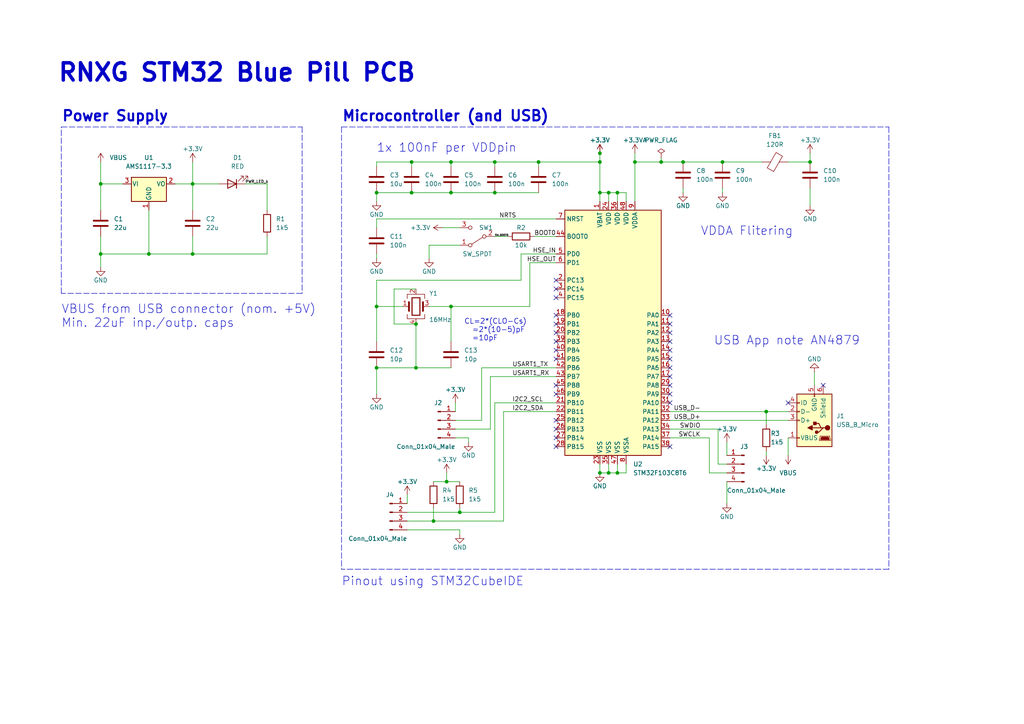
<source format=kicad_sch>
(kicad_sch (version 20211123) (generator eeschema)
  (paper "A4")
  (title_block (title "RNXG STM32 Blue Pill PCB") (date "2023-04-30") (rev "0.1") (company "RNXG (Robotics For Next Generation)"))
  (lib_symbols
    (symbol "Connector:Conn_01x04_Male" (pin_names (offset 1.016) hide)
      (property "Reference" "J" (at 0 5.08 0))
      (property "Value" "Conn_01x04_Male" (at 0 -7.62 0))
      (symbol "Conn_01x04_Male_1_1"
        (polyline (pts (xy 1.27 -5.08) (xy 0.8636 -5.08)) (stroke (width 0.1524)))
        (polyline (pts (xy 1.27 -2.54) (xy 0.8636 -2.54)) (stroke (width 0.1524)))
        (polyline (pts (xy 1.27 0) (xy 0.8636 0)) (stroke (width 0.1524)))
        (polyline (pts (xy 1.27 2.54) (xy 0.8636 2.54)) (stroke (width 0.1524)))
        (rectangle (start 0.8636 -4.953) (end 0 -5.207) (stroke (width 0.1524)) (fill (type outline)))
        (rectangle (start 0.8636 -2.413) (end 0 -2.667) (stroke (width 0.1524)) (fill (type outline)))
        (rectangle (start 0.8636 0.127) (end 0 -0.127) (stroke (width 0.1524)) (fill (type outline)))
        (rectangle (start 0.8636 2.667) (end 0 2.413) (stroke (width 0.1524)) (fill (type outline)))
        (pin passive line (at 5.08 2.54 180) (length 3.81) (name "Pin_1") (number "1"))
        (pin passive line (at 5.08 0 180) (length 3.81) (name "Pin_2") (number "2"))
        (pin passive line (at 5.08 -2.54 180) (length 3.81) (name "Pin_3") (number "3"))
        (pin passive line (at 5.08 -5.08 180) (length 3.81) (name "Pin_4") (number "4"))
      )
    )
    (symbol "Connector:USB_B_Micro" (pin_names (offset 1.016))
      (property "Reference" "J" (at -5.08 11.43 0))
      (property "Value" "USB_B_Micro" (at -5.08 8.89 0))
      (symbol "USB_B_Micro_0_1"
        (rectangle (start -5.08 -7.62) (end 5.08 7.62) (stroke (width 0.254)) (fill (type background)))
        (circle (center -3.81 2.159) (radius 0.635) (stroke (width 0.254)) (fill (type outline)))
        (circle (center -0.635 3.429) (radius 0.381) (stroke (width 0.254)) (fill (type outline)))
        (rectangle (start -0.127 -7.62) (end 0.127 -6.858))
        (polyline (pts (xy -1.905 2.159) (xy 0.635 2.159)) (stroke (width 0.254)))
        (polyline (pts (xy -3.175 2.159) (xy -2.54 2.159) (xy -1.27 3.429) (xy -0.635 3.429)) (stroke (width 0.254)))
        (polyline (pts (xy -2.54 2.159) (xy -1.905 2.159) (xy -1.27 0.889) (xy 0 0.889)) (stroke (width 0.254)))
        (polyline (pts (xy 0.635 2.794) (xy 0.635 1.524) (xy 1.905 2.159) (xy 0.635 2.794)) (stroke (width 0.254)) (fill (type outline)))
        (polyline (pts (xy -4.318 5.588) (xy -1.778 5.588) (xy -2.032 4.826) (xy -4.064 4.826) (xy -4.318 5.588)) (fill (type outline)))
        (polyline (pts (xy -4.699 5.842) (xy -4.699 5.588) (xy -4.445 4.826) (xy -4.445 4.572) (xy -1.651 4.572) (xy -1.651 4.826) (xy -1.397 5.588) (xy -1.397 5.842) (xy -4.699 5.842)))
        (rectangle (start 0.254 1.27) (end -0.508 0.508) (stroke (width 0.254)) (fill (type outline)))
        (rectangle (start 5.08 -5.207) (end 4.318 -4.953))
        (rectangle (start 5.08 -2.667) (end 4.318 -2.413))
        (rectangle (start 5.08 -0.127) (end 4.318 0.127))
        (rectangle (start 5.08 4.953) (end 4.318 5.207))
      )
      (symbol "USB_B_Micro_1_1"
        (pin power_out line (at 7.62 5.08 180) (length 2.54) (name "VBUS") (number "1"))
        (pin bidirectional line (at 7.62 -2.54 180) (length 2.54) (name "D-") (number "2"))
        (pin bidirectional line (at 7.62 0 180) (length 2.54) (name "D+") (number "3"))
        (pin passive line (at 7.62 -5.08 180) (length 2.54) (name "ID") (number "4"))
        (pin power_out line (at 0 -10.16 90) (length 2.54) (name "GND") (number "5"))
        (pin passive line (at -2.54 -10.16 90) (length 2.54) (name "Shield") (number "6"))
      )
    )
    (symbol "Device:C" (pin_numbers hide) (pin_names (offset 0.254))
      (property "Reference" "C" (at 0.635 2.54 0))
      (property "Value" "C" (at 0.635 -2.54 0))
      (symbol "C_0_1"
        (polyline (pts (xy -2.032 -0.762) (xy 2.032 -0.762)) (stroke (width 0.508)))
        (polyline (pts (xy -2.032 0.762) (xy 2.032 0.762)) (stroke (width 0.508)))
      )
      (symbol "C_1_1"
        (pin passive line (at 0 3.81 270) (length 2.794) (name "~") (number "1"))
        (pin passive line (at 0 -3.81 90) (length 2.794) (name "~") (number "2"))
      )
    )
    (symbol "Device:Crystal_GND24" (pin_names (offset 1.016) hide)
      (property "Reference" "Y" (at 3.175 5.08 0))
      (property "Value" "Crystal_GND24" (at 3.175 3.175 0))
      (symbol "Crystal_GND24_0_1"
        (rectangle (start -1.143 2.54) (end 1.143 -2.54) (stroke (width 0.3048)))
        (polyline (pts (xy -2.54 0) (xy -2.032 0)))
        (polyline (pts (xy -2.032 -1.27) (xy -2.032 1.27)) (stroke (width 0.508)))
        (polyline (pts (xy 0 -3.81) (xy 0 -3.556)))
        (polyline (pts (xy 0 3.556) (xy 0 3.81)))
        (polyline (pts (xy 2.032 -1.27) (xy 2.032 1.27)) (stroke (width 0.508)))
        (polyline (pts (xy 2.032 0) (xy 2.54 0)))
        (polyline (pts (xy -2.54 -2.286) (xy -2.54 -3.556) (xy 2.54 -3.556) (xy 2.54 -2.286)))
        (polyline (pts (xy -2.54 2.286) (xy -2.54 3.556) (xy 2.54 3.556) (xy 2.54 2.286)))
      )
      (symbol "Crystal_GND24_1_1"
        (pin passive line (at -3.81 0 0) (length 1.27) (name "1") (number "1"))
        (pin passive line (at 0 5.08 270) (length 1.27) (name "2") (number "2"))
        (pin passive line (at 3.81 0 180) (length 1.27) (name "3") (number "3"))
        (pin passive line (at 0 -5.08 90) (length 1.27) (name "4") (number "4"))
      )
    )
    (symbol "Device:FerriteBead" (pin_numbers hide) (pin_names (offset 0))
      (property "Reference" "FB" (at -3.81 0.635 90))
      (property "Value" "FerriteBead" (at 3.81 0 90))
      (symbol "FerriteBead_0_1"
        (polyline (pts (xy 0 -1.27) (xy 0 -1.2192)))
        (polyline (pts (xy 0 1.27) (xy 0 1.2954)))
        (polyline (pts (xy -2.7686 0.4064) (xy -1.7018 2.2606) (xy 2.7686 -0.3048) (xy 1.6764 -2.159) (xy -2.7686 0.4064)))
      )
      (symbol "FerriteBead_1_1"
        (pin passive line (at 0 3.81 270) (length 2.54) (name "~") (number "1"))
        (pin passive line (at 0 -3.81 90) (length 2.54) (name "~") (number "2"))
      )
    )
    (symbol "Device:LED" (pin_numbers hide) (pin_names (offset 1.016) hide)
      (property "Reference" "D" (at 0 2.54 0))
      (property "Value" "LED" (at 0 -2.54 0))
      (symbol "LED_0_1"
        (polyline (pts (xy -1.27 -1.27) (xy -1.27 1.27)) (stroke (width 0.254)))
        (polyline (pts (xy -1.27 0) (xy 1.27 0)))
        (polyline (pts (xy 1.27 -1.27) (xy 1.27 1.27) (xy -1.27 0) (xy 1.27 -1.27)) (stroke (width 0.254)))
        (polyline (pts (xy -3.048 -0.762) (xy -4.572 -2.286) (xy -3.81 -2.286) (xy -4.572 -2.286) (xy -4.572 -1.524)))
        (polyline (pts (xy -1.778 -0.762) (xy -3.302 -2.286) (xy -2.54 -2.286) (xy -3.302 -2.286) (xy -3.302 -1.524)))
      )
      (symbol "LED_1_1"
        (pin passive line (at -3.81 0 0) (length 2.54) (name "K") (number "1"))
        (pin passive line (at 3.81 0 180) (length 2.54) (name "A") (number "2"))
      )
    )
    (symbol "Device:R" (pin_numbers hide) (pin_names (offset 0))
      (property "Reference" "R" (at 2.032 0 90))
      (property "Value" "R" (at 0 0 90))
      (symbol "R_0_1"
        (rectangle (start -1.016 -2.54) (end 1.016 2.54) (stroke (width 0.254)))
      )
      (symbol "R_1_1"
        (pin passive line (at 0 3.81 270) (length 1.27) (name "~") (number "1"))
        (pin passive line (at 0 -3.81 90) (length 1.27) (name "~") (number "2"))
      )
    )
    (symbol "MCU_ST_STM32F1:STM32F103C8Tx"
      (property "Reference" "U" (at -15.24 36.83 0))
      (property "Value" "STM32F103C8Tx" (at 7.62 36.83 0))
      (symbol "STM32F103C8Tx_0_1"
        (rectangle (start -15.24 -35.56) (end 12.7 35.56) (stroke (width 0.254)) (fill (type background)))
      )
      (symbol "STM32F103C8Tx_1_1"
        (pin power_in line (at -5.08 38.1 270) (length 2.54) (name "VBAT") (number "1"))
        (pin bidirectional line (at 15.24 5.08 180) (length 2.54) (name "PA0") (number "10"))
        (pin bidirectional line (at 15.24 2.54 180) (length 2.54) (name "PA1") (number "11"))
        (pin bidirectional line (at 15.24 0 180) (length 2.54) (name "PA2") (number "12"))
        (pin bidirectional line (at 15.24 -2.54 180) (length 2.54) (name "PA3") (number "13"))
        (pin bidirectional line (at 15.24 -5.08 180) (length 2.54) (name "PA4") (number "14"))
        (pin bidirectional line (at 15.24 -7.62 180) (length 2.54) (name "PA5") (number "15"))
        (pin bidirectional line (at 15.24 -10.16 180) (length 2.54) (name "PA6") (number "16"))
        (pin bidirectional line (at 15.24 -12.7 180) (length 2.54) (name "PA7") (number "17"))
        (pin bidirectional line (at -17.78 5.08 0) (length 2.54) (name "PB0") (number "18"))
        (pin bidirectional line (at -17.78 2.54 0) (length 2.54) (name "PB1") (number "19"))
        (pin bidirectional line (at -17.78 15.24 0) (length 2.54) (name "PC13") (number "2"))
        (pin bidirectional line (at -17.78 0 0) (length 2.54) (name "PB2") (number "20"))
        (pin bidirectional line (at -17.78 -20.32 0) (length 2.54) (name "PB10") (number "21"))
        (pin bidirectional line (at -17.78 -22.86 0) (length 2.54) (name "PB11") (number "22"))
        (pin power_in line (at -5.08 -38.1 90) (length 2.54) (name "VSS") (number "23"))
        (pin power_in line (at -2.54 38.1 270) (length 2.54) (name "VDD") (number "24"))
        (pin bidirectional line (at -17.78 -25.4 0) (length 2.54) (name "PB12") (number "25"))
        (pin bidirectional line (at -17.78 -27.94 0) (length 2.54) (name "PB13") (number "26"))
        (pin bidirectional line (at -17.78 -30.48 0) (length 2.54) (name "PB14") (number "27"))
        (pin bidirectional line (at -17.78 -33.02 0) (length 2.54) (name "PB15") (number "28"))
        (pin bidirectional line (at 15.24 -15.24 180) (length 2.54) (name "PA8") (number "29"))
        (pin bidirectional line (at -17.78 12.7 0) (length 2.54) (name "PC14") (number "3"))
        (pin bidirectional line (at 15.24 -17.78 180) (length 2.54) (name "PA9") (number "30"))
        (pin bidirectional line (at 15.24 -20.32 180) (length 2.54) (name "PA10") (number "31"))
        (pin bidirectional line (at 15.24 -22.86 180) (length 2.54) (name "PA11") (number "32"))
        (pin bidirectional line (at 15.24 -25.4 180) (length 2.54) (name "PA12") (number "33"))
        (pin bidirectional line (at 15.24 -27.94 180) (length 2.54) (name "PA13") (number "34"))
        (pin power_in line (at -2.54 -38.1 90) (length 2.54) (name "VSS") (number "35"))
        (pin power_in line (at 0 38.1 270) (length 2.54) (name "VDD") (number "36"))
        (pin bidirectional line (at 15.24 -30.48 180) (length 2.54) (name "PA14") (number "37"))
        (pin bidirectional line (at 15.24 -33.02 180) (length 2.54) (name "PA15") (number "38"))
        (pin bidirectional line (at -17.78 -2.54 0) (length 2.54) (name "PB3") (number "39"))
        (pin bidirectional line (at -17.78 10.16 0) (length 2.54) (name "PC15") (number "4"))
        (pin bidirectional line (at -17.78 -5.08 0) (length 2.54) (name "PB4") (number "40"))
        (pin bidirectional line (at -17.78 -7.62 0) (length 2.54) (name "PB5") (number "41"))
        (pin bidirectional line (at -17.78 -10.16 0) (length 2.54) (name "PB6") (number "42"))
        (pin bidirectional line (at -17.78 -12.7 0) (length 2.54) (name "PB7") (number "43"))
        (pin input line (at -17.78 27.94 0) (length 2.54) (name "BOOT0") (number "44"))
        (pin bidirectional line (at -17.78 -15.24 0) (length 2.54) (name "PB8") (number "45"))
        (pin bidirectional line (at -17.78 -17.78 0) (length 2.54) (name "PB9") (number "46"))
        (pin power_in line (at 0 -38.1 90) (length 2.54) (name "VSS") (number "47"))
        (pin power_in line (at 2.54 38.1 270) (length 2.54) (name "VDD") (number "48"))
        (pin input line (at -17.78 22.86 0) (length 2.54) (name "PD0") (number "5"))
        (pin input line (at -17.78 20.32 0) (length 2.54) (name "PD1") (number "6"))
        (pin input line (at -17.78 33.02 0) (length 2.54) (name "NRST") (number "7"))
        (pin power_in line (at 2.54 -38.1 90) (length 2.54) (name "VSSA") (number "8"))
        (pin power_in line (at 5.08 38.1 270) (length 2.54) (name "VDDA") (number "9"))
      )
    )
    (symbol "Regulator_Linear:AMS1117-3.3" (pin_names (offset 0.254))
      (property "Reference" "U" (at -3.81 3.175 0))
      (property "Value" "AMS1117-3.3" (at 0 3.175 0))
      (symbol "AMS1117-3.3_0_1"
        (rectangle (start -5.08 -5.08) (end 5.08 1.905) (stroke (width 0.254)) (fill (type background)))
      )
      (symbol "AMS1117-3.3_1_1"
        (pin power_in line (at 0 -7.62 90) (length 2.54) (name "GND") (number "1"))
        (pin power_out line (at 7.62 0 180) (length 2.54) (name "VO") (number "2"))
        (pin power_in line (at -7.62 0 0) (length 2.54) (name "VI") (number "3"))
      )
    )
    (symbol "Switch:SW_SPDT" (pin_names (offset 0) hide)
      (property "Reference" "SW" (at 0 4.318 0))
      (property "Value" "SW_SPDT" (at 0 -5.08 0))
      (symbol "SW_SPDT_0_0"
        (circle (center -2.032 0) (radius 0.508))
        (circle (center 2.032 -2.54) (radius 0.508))
      )
      (symbol "SW_SPDT_0_1"
        (polyline (pts (xy -1.524 0.254) (xy 1.651 2.286)))
        (circle (center 2.032 2.54) (radius 0.508))
      )
      (symbol "SW_SPDT_1_1"
        (pin passive line (at 5.08 2.54 180) (length 2.54) (name "A") (number "1"))
        (pin passive line (at -5.08 0 0) (length 2.54) (name "B") (number "2"))
        (pin passive line (at 5.08 -2.54 180) (length 2.54) (name "C") (number "3"))
      )
    )
    (symbol "power:+3.3V" (power) (pin_names (offset 0))
      (property "Value" "+3.3V" (at 0 3.556 0))
      (symbol "+3.3V_0_1"
        (polyline (pts (xy -0.762 1.27) (xy 0 2.54)))
        (polyline (pts (xy 0 0) (xy 0 2.54)))
        (polyline (pts (xy 0 2.54) (xy 0.762 1.27)))
      )
      (symbol "+3.3V_1_1"
        (pin power_in line (at 0 0 90) (length 0) hide (name "+3.3V") (number "1"))
      )
    )
    (symbol "power:+3.3VA" (power) (pin_names (offset 0))
      (property "Value" "+3.3VA" (at 0 3.556 0))
      (symbol "+3.3VA_0_1"
        (polyline (pts (xy -0.762 1.27) (xy 0 2.54)))
        (polyline (pts (xy 0 0) (xy 0 2.54)))
        (polyline (pts (xy 0 2.54) (xy 0.762 1.27)))
      )
      (symbol "+3.3VA_1_1"
        (pin power_in line (at 0 0 90) (length 0) hide (name "+3.3VA") (number "1"))
      )
    )
    (symbol "power:GND" (power) (pin_names (offset 0))
      (property "Value" "GND" (at 0 -3.81 0))
      (symbol "GND_0_1"
        (polyline (pts (xy 0 0) (xy 0 -1.27) (xy 1.27 -1.27) (xy 0 -2.54) (xy -1.27 -1.27) (xy 0 -1.27)))
      )
      (symbol "GND_1_1"
        (pin power_in line (at 0 0 270) (length 0) hide (name "GND") (number "1"))
      )
    )
    (symbol "power:PWR_FLAG" (power) (pin_numbers hide) (pin_names (offset 0) hide)
      (property "Value" "PWR_FLAG" (at 0 3.81 0))
      (symbol "PWR_FLAG_0_0"
        (pin power_out line (at 0 0 90) (length 0) (name "pwr") (number "1"))
      )
      (symbol "PWR_FLAG_0_1"
        (polyline (pts (xy 0 0) (xy 0 1.27) (xy -1.016 1.905) (xy 0 2.54) (xy 1.016 1.905) (xy 0 1.27)))
      )
    )
    (symbol "power:VBUS" (power) (pin_names (offset 0))
      (property "Value" "VBUS" (at 0 3.81 0))
      (symbol "VBUS_0_1"
        (polyline (pts (xy -0.762 1.27) (xy 0 2.54)))
        (polyline (pts (xy 0 0) (xy 0 2.54)))
        (polyline (pts (xy 0 2.54) (xy 0.762 1.27)))
      )
      (symbol "VBUS_1_1"
        (pin power_in line (at 0 0 90) (length 0) hide (name "VBUS") (number "1"))
      )
    )
  )
  (junction (at 143.51 55.88))
  (junction (at 176.53 55.88))
  (junction (at 109.22 88.9))
  (junction (at 129.54 139.7))
  (junction (at 198.12 46.99))
  (junction (at 133.35 148.59))
  (junction (at 29.21 53.34))
  (junction (at 55.88 53.34))
  (junction (at 125.73 151.13))
  (junction (at 173.99 44.45))
  (junction (at 179.07 55.88))
  (junction (at 143.51 46.99))
  (junction (at 130.81 55.88))
  (junction (at 209.55 46.99))
  (junction (at 179.07 137.16))
  (junction (at 120.65 93.98))
  (junction (at 173.99 55.88))
  (junction (at 29.21 73.66))
  (junction (at 234.95 46.99))
  (junction (at 43.18 73.66))
  (junction (at 109.22 55.88))
  (junction (at 173.99 137.16))
  (junction (at 119.38 55.88))
  (junction (at 109.22 106.68))
  (junction (at 120.65 106.68))
  (junction (at 191.77 46.99))
  (junction (at 184.15 46.99))
  (junction (at 55.88 73.66))
  (junction (at 130.81 46.99))
  (junction (at 222.25 119.38))
  (junction (at 130.81 88.9))
  (junction (at 173.99 46.99))
  (junction (at 119.38 46.99))
  (junction (at 156.21 46.99))
  (junction (at 176.53 137.16))
  (no_connect (at 161.29 93.98))
  (no_connect (at 161.29 86.36))
  (no_connect (at 161.29 111.76))
  (no_connect (at 161.29 114.3))
  (no_connect (at 161.29 99.06))
  (no_connect (at 161.29 81.28))
  (no_connect (at 194.31 96.52))
  (no_connect (at 194.31 106.68))
  (no_connect (at 194.31 104.14))
  (no_connect (at 194.31 111.76))
  (no_connect (at 161.29 124.46))
  (no_connect (at 228.6 116.84))
  (no_connect (at 161.29 104.14))
  (no_connect (at 194.31 91.44))
  (no_connect (at 194.31 114.3))
  (no_connect (at 194.31 109.22))
  (no_connect (at 194.31 129.54))
  (no_connect (at 161.29 91.44))
  (no_connect (at 238.76 111.76))
  (no_connect (at 194.31 101.6))
  (no_connect (at 161.29 83.82))
  (no_connect (at 161.29 96.52))
  (no_connect (at 161.29 101.6))
  (no_connect (at 161.29 129.54))
  (no_connect (at 161.29 121.92))
  (no_connect (at 194.31 116.84))
  (no_connect (at 194.31 93.98))
  (no_connect (at 194.31 99.06))
  (no_connect (at 161.29 127))
  (wire (pts (xy 130.81 88.9) (xy 124.46 88.9)))
  (wire (pts (xy 179.07 137.16) (xy 181.61 137.16)))
  (wire (pts (xy 130.81 46.99) (xy 143.51 46.99)))
  (polyline (pts (xy 99.06 36.83) (xy 257.81 36.83)))
  (wire (pts (xy 109.22 106.68) (xy 109.22 114.3)))
  (wire (pts (xy 228.6 46.99) (xy 234.95 46.99)))
  (wire (pts (xy 210.82 139.7) (xy 210.82 146.05)))
  (wire (pts (xy 129.54 139.7) (xy 133.35 139.7)))
  (wire (pts (xy 55.88 46.99) (xy 55.88 53.34)))
  (wire (pts (xy 184.15 46.99) (xy 191.77 46.99)))
  (wire (pts (xy 156.21 46.99) (xy 156.21 48.26)))
  (wire (pts (xy 119.38 46.99) (xy 130.81 46.99)))
  (wire (pts (xy 146.05 119.38) (xy 146.05 151.13)))
  (wire (pts (xy 29.21 68.58) (xy 29.21 73.66)))
  (polyline (pts (xy 87.63 85.09) (xy 17.78 85.09)))
  (wire (pts (xy 176.53 55.88) (xy 179.07 55.88)))
  (wire (pts (xy 124.46 71.12) (xy 124.46 74.93)))
  (wire (pts (xy 143.51 55.88) (xy 156.21 55.88)))
  (wire (pts (xy 173.99 55.88) (xy 176.53 55.88)))
  (wire (pts (xy 120.65 83.82) (xy 114.3 83.82)))
  (wire (pts (xy 114.3 93.98) (xy 120.65 93.98)))
  (wire (pts (xy 109.22 55.88) (xy 109.22 58.42)))
  (wire (pts (xy 236.22 107.95) (xy 236.22 111.76)))
  (wire (pts (xy 184.15 44.45) (xy 184.15 46.99)))
  (wire (pts (xy 173.99 55.88) (xy 173.99 58.42)))
  (wire (pts (xy 109.22 88.9) (xy 109.22 99.06)))
  (polyline (pts (xy 87.63 36.83) (xy 87.63 85.09)))
  (wire (pts (xy 118.11 151.13) (xy 125.73 151.13)))
  (wire (pts (xy 133.35 148.59) (xy 143.51 148.59)))
  (wire (pts (xy 130.81 46.99) (xy 130.81 48.26)))
  (wire (pts (xy 146.05 119.38) (xy 161.29 119.38)))
  (wire (pts (xy 191.77 45.72) (xy 191.77 46.99)))
  (wire (pts (xy 153.67 88.9) (xy 153.67 76.2)))
  (wire (pts (xy 143.51 116.84) (xy 143.51 148.59)))
  (wire (pts (xy 234.95 54.61) (xy 234.95 59.69)))
  (wire (pts (xy 151.13 81.28) (xy 151.13 73.66)))
  (wire (pts (xy 55.88 73.66) (xy 77.47 73.66)))
  (wire (pts (xy 120.65 106.68) (xy 109.22 106.68)))
  (wire (pts (xy 143.51 46.99) (xy 143.51 48.26)))
  (wire (pts (xy 222.25 119.38) (xy 228.6 119.38)))
  (wire (pts (xy 132.08 124.46) (xy 142.24 124.46)))
  (wire (pts (xy 194.31 121.92) (xy 228.6 121.92)))
  (wire (pts (xy 208.28 134.62) (xy 210.82 134.62)))
  (wire (pts (xy 109.22 46.99) (xy 119.38 46.99)))
  (wire (pts (xy 109.22 81.28) (xy 151.13 81.28)))
  (wire (pts (xy 125.73 147.32) (xy 125.73 151.13)))
  (wire (pts (xy 133.35 147.32) (xy 133.35 148.59)))
  (wire (pts (xy 161.29 76.2) (xy 153.67 76.2)))
  (wire (pts (xy 173.99 137.16) (xy 176.53 137.16)))
  (wire (pts (xy 179.07 137.16) (xy 179.07 134.62)))
  (wire (pts (xy 176.53 137.16) (xy 179.07 137.16)))
  (wire (pts (xy 71.12 53.34) (xy 77.47 53.34)))
  (wire (pts (xy 77.47 53.34) (xy 77.47 60.96)))
  (polyline (pts (xy 99.06 36.83) (xy 99.06 165.1)))
  (wire (pts (xy 109.22 55.88) (xy 119.38 55.88)))
  (wire (pts (xy 29.21 46.99) (xy 29.21 53.34)))
  (wire (pts (xy 139.7 106.68) (xy 161.29 106.68)))
  (wire (pts (xy 143.51 116.84) (xy 161.29 116.84)))
  (wire (pts (xy 109.22 63.5) (xy 161.29 63.5)))
  (wire (pts (xy 133.35 153.67) (xy 133.35 154.94)))
  (wire (pts (xy 198.12 54.61) (xy 198.12 55.88)))
  (polyline (pts (xy 17.78 36.83) (xy 87.63 36.83)))
  (wire (pts (xy 210.82 128.27) (xy 210.82 132.08)))
  (wire (pts (xy 130.81 88.9) (xy 153.67 88.9)))
  (wire (pts (xy 151.13 73.66) (xy 161.29 73.66)))
  (wire (pts (xy 209.55 46.99) (xy 220.98 46.99)))
  (wire (pts (xy 130.81 55.88) (xy 143.51 55.88)))
  (wire (pts (xy 194.31 119.38) (xy 222.25 119.38)))
  (wire (pts (xy 130.81 88.9) (xy 130.81 99.06)))
  (wire (pts (xy 181.61 55.88) (xy 181.61 58.42)))
  (wire (pts (xy 179.07 55.88) (xy 179.07 58.42)))
  (wire (pts (xy 143.51 46.99) (xy 156.21 46.99)))
  (wire (pts (xy 55.88 68.58) (xy 55.88 73.66)))
  (wire (pts (xy 208.28 134.62) (xy 208.28 124.46)))
  (polyline (pts (xy 257.81 165.1) (xy 99.06 165.1)))
  (polyline (pts (xy 17.78 85.09) (xy 17.78 36.83)))
  (wire (pts (xy 130.81 106.68) (xy 120.65 106.68)))
  (wire (pts (xy 77.47 73.66) (xy 77.47 68.58)))
  (wire (pts (xy 35.56 53.34) (xy 29.21 53.34)))
  (wire (pts (xy 109.22 81.28) (xy 109.22 88.9)))
  (wire (pts (xy 114.3 83.82) (xy 114.3 93.98)))
  (wire (pts (xy 43.18 60.96) (xy 43.18 73.66)))
  (wire (pts (xy 118.11 148.59) (xy 133.35 148.59)))
  (wire (pts (xy 50.8 53.34) (xy 55.88 53.34)))
  (wire (pts (xy 118.11 143.51) (xy 118.11 146.05)))
  (wire (pts (xy 55.88 60.96) (xy 55.88 53.34)))
  (wire (pts (xy 129.54 137.16) (xy 129.54 139.7)))
  (wire (pts (xy 29.21 53.34) (xy 29.21 60.96)))
  (wire (pts (xy 142.24 109.22) (xy 161.29 109.22)))
  (wire (pts (xy 135.89 127) (xy 135.89 128.27)))
  (wire (pts (xy 125.73 151.13) (xy 146.05 151.13)))
  (wire (pts (xy 179.07 55.88) (xy 181.61 55.88)))
  (wire (pts (xy 154.94 68.58) (xy 161.29 68.58)))
  (wire (pts (xy 142.24 124.46) (xy 142.24 109.22)))
  (wire (pts (xy 156.21 46.99) (xy 173.99 46.99)))
  (wire (pts (xy 205.74 137.16) (xy 210.82 137.16)))
  (wire (pts (xy 119.38 46.99) (xy 119.38 48.26)))
  (wire (pts (xy 132.08 127) (xy 135.89 127)))
  (wire (pts (xy 143.51 68.58) (xy 147.32 68.58)))
  (wire (pts (xy 194.31 124.46) (xy 208.28 124.46)))
  (wire (pts (xy 125.73 139.7) (xy 129.54 139.7)))
  (wire (pts (xy 29.21 73.66) (xy 29.21 77.47)))
  (wire (pts (xy 176.53 55.88) (xy 176.53 58.42)))
  (wire (pts (xy 194.31 127) (xy 205.74 127)))
  (wire (pts (xy 132.08 116.84) (xy 132.08 119.38)))
  (wire (pts (xy 191.77 46.99) (xy 198.12 46.99)))
  (wire (pts (xy 133.35 71.12) (xy 124.46 71.12)))
  (wire (pts (xy 176.53 137.16) (xy 176.53 134.62)))
  (wire (pts (xy 139.7 121.92) (xy 139.7 106.68)))
  (wire (pts (xy 234.95 44.45) (xy 234.95 46.99)))
  (wire (pts (xy 128.27 66.04) (xy 133.35 66.04)))
  (wire (pts (xy 119.38 55.88) (xy 130.81 55.88)))
  (wire (pts (xy 120.65 93.98) (xy 120.65 106.68)))
  (wire (pts (xy 118.11 153.67) (xy 133.35 153.67)))
  (wire (pts (xy 222.25 130.81) (xy 222.25 132.08)))
  (wire (pts (xy 173.99 44.45) (xy 173.99 46.99)))
  (wire (pts (xy 173.99 46.99) (xy 173.99 55.88)))
  (wire (pts (xy 132.08 121.92) (xy 139.7 121.92)))
  (wire (pts (xy 109.22 48.26) (xy 109.22 46.99)))
  (wire (pts (xy 181.61 137.16) (xy 181.61 134.62)))
  (wire (pts (xy 205.74 137.16) (xy 205.74 127)))
  (wire (pts (xy 29.21 73.66) (xy 43.18 73.66)))
  (wire (pts (xy 55.88 53.34) (xy 63.5 53.34)))
  (wire (pts (xy 43.18 73.66) (xy 55.88 73.66)))
  (wire (pts (xy 109.22 63.5) (xy 109.22 66.04)))
  (wire (pts (xy 209.55 54.61) (xy 209.55 55.88)))
  (wire (pts (xy 109.22 88.9) (xy 116.84 88.9)))
  (wire (pts (xy 173.99 134.62) (xy 173.99 137.16)))
  (wire (pts (xy 228.6 127) (xy 228.6 132.08)))
  (wire (pts (xy 109.22 73.66) (xy 109.22 74.93)))
  (polyline (pts (xy 257.81 36.83) (xy 257.81 165.1)))
  (wire (pts (xy 184.15 46.99) (xy 184.15 58.42)))
  (wire (pts (xy 198.12 46.99) (xy 209.55 46.99)))
  (wire (pts (xy 222.25 119.38) (xy 222.25 123.19)))
  (text "USB App note AN4879" (at 207.01 100.33 0) (effects (font (size 2.5 2.5)) (justify left bottom)))
  (text "RNXG STM32 Blue Pill PCB" (at 16.51 24.13 0) (effects (font (size 5 5) bold) (justify left bottom)))
  (text "CL=2*(CLO-Cs)\n  =2*(10-5)pF\n  =10pF" (at 134.62 99.06 0) (effects (font (size 1.5 1.5)) (justify left bottom)))
  (text "Pinout using STM32CubeIDE" (at 99.06 170.18 0) (effects (font (size 2.5 2.5)) (justify left bottom)))
  (text "VBUS from USB connector (nom. +5V)\nMin. 22uF inp./outp. caps" (at 17.78 95.25 0) (effects (font (size 2.5 2.5)) (justify left bottom)))
  (text "Power Supply" (at 17.78 35.56 0) (effects (font (size 3 3) (thickness 0.6) bold) (justify left bottom)))
  (text "Microcontroller (and USB)" (at 99.06 35.56 0) (effects (font (size 3 3) bold) (justify left bottom)))
  (text "1x 100nF per VDDpin" (at 109.22 44.45 0) (effects (font (size 2.5 2.5)) (justify left bottom)))
  (text "VDDA Flitering" (at 203.2 68.58 0) (effects (font (size 2.5 2.5)) (justify left bottom)))
  (label "I2C2_SDA" (at 148.59 119.38 0))
  (label "PWR_LED_k" (at 71.12 53.34 0) (effects (font (size 0.8 0.8))))
  (label "USART1_RX" (at 148.59 109.22 0))
  (label "SW_BOOT0" (at 143.51 68.58 0) (effects (font (size 0.5 0.5))))
  (label "HSE_OUT" (at 161.29 76.2 180))
  (label "SWCLK" (at 203.2 127 180))
  (label "SWDIO" (at 203.2 124.46 180))
  (label "NRTS" (at 144.78 63.5 0))
  (label "USB_D-" (at 203.2 119.38 180))
  (label "HSE_IN" (at 161.29 73.66 180))
  (label "BOOT0" (at 154.94 68.58 0))
  (label "I2C2_SCL" (at 148.59 116.84 0))
  (label "USB_D+" (at 203.2 121.92 180))
  (label "USART1_TX" (at 148.59 106.68 0))
  (symbol (lib_id "power:GND") (at 109.22 58.42 0) (unit 1)
    (property "Reference" "#PWR09" (effects hide))
    (property "Value" "GND" (at 109.22 62.23 0))
  )
  (symbol (lib_id "power:GND") (at 234.95 59.69 0) (unit 1)
    (property "Reference" "#PWR010" (effects hide))
    (property "Value" "GND" (at 234.95 63.5 0))
  )
  (symbol (lib_id "power:+3.3V") (at 55.88 46.99 0) (unit 1)
    (property "Reference" "#PWR06" (effects hide))
    (property "Value" "+3.3V" (at 55.88 43.18 0))
  )
  (symbol (lib_id "Device:C") (at 29.21 64.77 0) (unit 1)
    (property "Reference" "C1" (at 33.02 63.4999 0) (effects (justify left)))
    (property "Value" "22u" (at 33.02 66.0399 0) (effects (justify left)))
    (property "Footprint" "Capacitor_SMD:C_0805_2012Metric" (effects hide))
  )
  (symbol (lib_id "power:+3.3V") (at 234.95 44.45 0) (unit 1)
    (property "Reference" "#PWR04" (effects hide))
    (property "Value" "+3.3V" (at 234.95 40.64 0))
  )
  (symbol (lib_id "Device:C") (at 156.21 52.07 0) (unit 1)
    (property "Reference" "C7" (at 160.02 50.7999 0) (effects (justify left)))
    (property "Value" "100n" (at 160.02 53.3399 0) (effects (justify left)))
    (property "Footprint" "Capacitor_SMD:C_0402_1005Metric" (effects hide))
  )
  (symbol (lib_id "power:+3.3VA") (at 184.15 44.45 0) (unit 1)
    (property "Reference" "#PWR03" (effects hide))
    (property "Value" "+3.3VA" (at 184.15 40.64 0))
  )
  (symbol (lib_id "power:GND") (at 209.55 55.88 0) (unit 1)
    (property "Reference" "#PWR08" (effects hide))
    (property "Value" "GND" (at 209.55 59.69 0))
  )
  (symbol (lib_id "power:+3.3V") (at 222.25 132.08 180) (unit 1)
    (property "Reference" "#PWR020" (effects hide))
    (property "Value" "+3.3V" (at 222.25 135.89 0))
  )
  (symbol (lib_id "power:GND") (at 109.22 114.3 0) (unit 1)
    (property "Reference" "#PWR016" (effects hide))
    (property "Value" "GND" (at 109.22 118.11 0))
  )
  (symbol (lib_id "power:GND") (at 173.99 137.16 0) (unit 1)
    (property "Reference" "#PWR023" (effects hide))
    (property "Value" "GND" (at 173.99 140.97 0))
  )
  (symbol (lib_id "power:GND") (at 236.22 107.95 180) (unit 1)
    (property "Reference" "#PWR015" (effects hide))
    (property "Value" "GND" (at 236.22 104.14 0))
  )
  (symbol (lib_id "Connector:USB_B_Micro") (at 236.22 121.92 180) (unit 1)
    (property "Reference" "J1" (at 242.57 120.6499 0) (effects (justify right)))
    (property "Value" "USB_B_Micro" (at 242.57 123.1899 0) (effects (justify right)))
    (property "Footprint" "Connector_USB:USB_Micro-B_Wuerth_629105150521" (effects hide))
  )
  (symbol (lib_id "power:GND") (at 210.82 146.05 0) (unit 1)
    (property "Reference" "#PWR025" (effects hide))
    (property "Value" "GND" (at 210.82 149.86 0))
  )
  (symbol (lib_id "Connector:Conn_01x04_Male") (at 215.9 134.62 0) (mirror y) (unit 1)
    (property "Reference" "J3" (at 214.63 129.54 0) (effects (justify right)))
    (property "Value" "Conn_01x04_Male" (at 210.82 142.24 0) (effects (justify right)))
    (property "Footprint" "Connector_PinHeader_2.54mm:PinHeader_1x04_P2.54mm_Vertical" (effects hide))
  )
  (symbol (lib_id "power:GND") (at 29.21 77.47 0) (unit 1)
    (property "Reference" "#PWR014" (effects hide))
    (property "Value" "GND" (at 29.21 81.28 0))
  )
  (symbol (lib_id "Device:C") (at 55.88 64.77 0) (unit 1)
    (property "Reference" "C2" (at 59.69 63.4999 0) (effects (justify left)))
    (property "Value" "22u" (at 59.69 66.0399 0) (effects (justify left)))
    (property "Footprint" "Capacitor_SMD:C_0805_2012Metric" (effects hide))
  )
  (symbol (lib_id "Connector:Conn_01x04_Male") (at 127 121.92 0) (unit 1)
    (property "Reference" "J2" (at 128.27 116.84 0) (effects (justify right)))
    (property "Value" "Conn_01x04_Male" (at 132.08 129.54 0) (effects (justify right)))
    (property "Footprint" "Connector_PinHeader_2.54mm:PinHeader_1x04_P2.54mm_Vertical" (effects hide))
  )
  (symbol (lib_id "power:GND") (at 135.89 128.27 0) (unit 1)
    (property "Reference" "#PWR018" (effects hide))
    (property "Value" "GND" (at 135.89 132.08 0))
  )
  (symbol (lib_id "power:+3.3V") (at 210.82 128.27 0) (unit 1)
    (property "Reference" "#PWR019" (effects hide))
    (property "Value" "+3.3V" (at 210.82 124.46 0))
  )
  (symbol (lib_id "power:+3.3V") (at 173.99 44.45 0) (unit 1)
    (property "Reference" "#PWR01" (effects hide))
    (property "Value" "+3.3V" (at 173.99 40.64 0))
  )
  (symbol (lib_id "Device:R") (at 222.25 127 0) (unit 1)
    (property "Reference" "R3" (at 223.52 125.73 0) (effects (justify left)))
    (property "Value" "1k5" (at 223.52 128.27 0) (effects (justify left)))
    (property "Footprint" "Resistor_SMD:R_0402_1005Metric" (effects hide))
  )
  (symbol (lib_id "Device:C") (at 109.22 102.87 0) (unit 1)
    (property "Reference" "C12" (at 113.03 101.5999 0) (effects (justify left)))
    (property "Value" "10p" (at 113.03 104.1399 0) (effects (justify left)))
    (property "Footprint" "Capacitor_SMD:C_0402_1005Metric" (effects hide))
  )
  (symbol (lib_id "MCU_ST_STM32F1:STM32F103C8Tx") (at 179.07 96.52 0) (unit 1)
    (property "Reference" "U2" (at 183.6294 134.62 0) (effects (justify left)))
    (property "Value" "STM32F103C8T6" (at 183.6294 137.16 0) (effects (justify left)))
    (property "Footprint" "Package_QFP:LQFP-48_7x7mm_P0.5mm" (effects hide))
    (property "Datasheet" "http://www.st.com/st-web-ui/static/active/en/resource/technical/document/datasheet/CD00161566.pdf" (effects hide))
  )
  (symbol (lib_id "Device:C") (at 109.22 69.85 0) (unit 1)
    (property "Reference" "C11" (at 113.03 68.5799 0) (effects (justify left)))
    (property "Value" "100n" (at 113.03 71.1199 0) (effects (justify left)))
    (property "Footprint" "Capacitor_SMD:C_0402_1005Metric" (effects hide))
  )
  (symbol (lib_id "Device:R") (at 151.13 68.58 90) (unit 1)
    (property "Reference" "R2" (at 151.13 66.04 90))
    (property "Value" "10k" (at 151.13 71.12 90))
    (property "Footprint" "Resistor_SMD:R_0402_1005Metric" (effects hide))
  )
  (symbol (lib_id "Device:C") (at 109.22 52.07 0) (unit 1)
    (property "Reference" "C3" (at 113.03 50.7999 0) (effects (justify left)))
    (property "Value" "10u" (at 113.03 53.3399 0) (effects (justify left)))
    (property "Footprint" "Capacitor_SMD:C_0603_1608Metric" (effects hide))
  )
  (symbol (lib_id "Device:FerriteBead") (at 224.79 46.99 90) (unit 1)
    (property "Reference" "FB1" (at 224.7392 39.37 90))
    (property "Value" "120R" (at 224.7392 41.91 90))
    (property "Footprint" "Inductor_SMD:L_0603_1608Metric" (effects hide))
  )
  (symbol (lib_id "Device:C") (at 143.51 52.07 0) (unit 1)
    (property "Reference" "C6" (at 147.32 50.7999 0) (effects (justify left)))
    (property "Value" "100n" (at 147.32 53.3399 0) (effects (justify left)))
    (property "Footprint" "Capacitor_SMD:C_0402_1005Metric" (effects hide))
  )
  (symbol (lib_id "Device:C") (at 234.95 50.8 0) (unit 1)
    (property "Reference" "C10" (at 238.76 49.5299 0) (effects (justify left)))
    (property "Value" "100n" (at 238.76 52.0699 0) (effects (justify left)))
    (property "Footprint" "Capacitor_SMD:C_0402_1005Metric" (effects hide))
  )
  (symbol (lib_id "Device:C") (at 119.38 52.07 0) (unit 1)
    (property "Reference" "C4" (at 123.19 50.7999 0) (effects (justify left)))
    (property "Value" "100n" (at 123.19 53.3399 0) (effects (justify left)))
    (property "Footprint" "Capacitor_SMD:C_0402_1005Metric" (effects hide))
  )
  (symbol (lib_id "power:+3.3V") (at 118.11 143.51 0) (unit 1)
    (property "Reference" "#PWR024" (effects hide))
    (property "Value" "+3.3V" (at 118.11 139.7 0))
  )
  (symbol (lib_id "power:+3.3V") (at 129.54 137.16 0) (unit 1)
    (property "Reference" "#PWR022" (effects hide))
    (property "Value" "+3.3V" (at 129.54 133.35 0))
  )
  (symbol (lib_id "Device:C") (at 209.55 50.8 0) (unit 1)
    (property "Reference" "C9" (at 213.36 49.5299 0) (effects (justify left)))
    (property "Value" "100n" (at 213.36 52.0699 0) (effects (justify left)))
    (property "Footprint" "Capacitor_SMD:C_0402_1005Metric" (effects hide))
  )
  (symbol (lib_id "Connector:Conn_01x04_Male") (at 113.03 148.59 0) (unit 1)
    (property "Reference" "J4" (at 114.3 143.51 0) (effects (justify right)))
    (property "Value" "Conn_01x04_Male" (at 118.11 156.21 0) (effects (justify right)))
    (property "Footprint" "Connector_PinHeader_2.54mm:PinHeader_1x04_P2.54mm_Vertical" (effects hide))
  )
  (symbol (lib_id "power:PWR_FLAG") (at 191.77 45.72 0) (unit 1)
    (property "Reference" "#FLG01" (effects hide))
    (property "Value" "PWR_FLAG" (at 191.77 40.64 0))
  )
  (symbol (lib_id "Switch:SW_SPDT") (at 138.43 68.58 180) (unit 1)
    (property "Reference" "SW1" (at 140.97 66.04 0))
    (property "Value" "SW_SPDT" (at 138.43 73.66 0))
    (property "Footprint" "Button_Switch_THT:SW_E-Switch_EG1224_SPDT_Angled" (effects hide))
  )
  (symbol (lib_id "power:GND") (at 198.12 55.88 0) (unit 1)
    (property "Reference" "#PWR07" (effects hide))
    (property "Value" "GND" (at 198.12 59.69 0))
  )
  (symbol (lib_id "Device:Crystal_GND24") (at 120.65 88.9 0) (unit 1)
    (property "Reference" "Y1" (at 124.46 85.09 0) (effects (justify left)))
    (property "Value" "16MHz" (at 124.46 92.71 0) (effects (justify left)))
    (property "Footprint" "Crystal:Crystal_SMD_3225-4Pin_3.2x2.5mm" (effects hide))
  )
  (symbol (lib_id "power:GND") (at 109.22 74.93 0) (unit 1)
    (property "Reference" "#PWR012" (effects hide))
    (property "Value" "GND" (at 109.22 78.74 0))
  )
  (symbol (lib_id "Device:C") (at 130.81 102.87 0) (unit 1)
    (property "Reference" "C13" (at 134.62 101.5999 0) (effects (justify left)))
    (property "Value" "10p" (at 134.62 104.1399 0) (effects (justify left)))
    (property "Footprint" "Capacitor_SMD:C_0402_1005Metric" (effects hide))
  )
  (symbol (lib_id "Device:R") (at 125.73 143.51 0) (unit 1)
    (property "Reference" "R4" (at 128.27 142.2399 0) (effects (justify left)))
    (property "Value" "1k5" (at 128.27 144.7799 0) (effects (justify left)))
    (property "Footprint" "Resistor_SMD:R_0402_1005Metric" (effects hide))
  )
  (symbol (lib_id "power:+3.3V") (at 132.08 116.84 0) (unit 1)
    (property "Reference" "#PWR017" (effects hide))
    (property "Value" "+3.3V" (at 132.08 113.03 0))
  )
  (symbol (lib_id "Regulator_Linear:AMS1117-3.3") (at 43.18 53.34 0) (unit 1)
    (property "Reference" "U1" (at 43.18 45.72 0))
    (property "Value" "AMS1117-3.3" (at 43.18 48.26 0))
    (property "Footprint" "Package_TO_SOT_SMD:SOT-223-3_TabPin2" (effects hide))
    (property "Datasheet" "http://www.advanced-monolithic.com/pdf/ds1117.pdf" (effects hide))
  )
  (symbol (lib_id "Device:C") (at 130.81 52.07 0) (unit 1)
    (property "Reference" "C5" (at 134.62 50.7999 0) (effects (justify left)))
    (property "Value" "100n" (at 134.62 53.3399 0) (effects (justify left)))
    (property "Footprint" "Capacitor_SMD:C_0402_1005Metric" (effects hide))
  )
  (symbol (lib_id "power:VBUS") (at 29.21 46.99 0) (unit 1)
    (property "Reference" "#PWR05" (effects hide))
    (property "Value" "VBUS" (at 31.75 45.7199 0) (effects (justify left)))
  )
  (symbol (lib_id "Device:LED") (at 67.31 53.34 180) (unit 1)
    (property "Reference" "D1" (at 68.8975 45.72 0))
    (property "Value" "RED" (at 68.8975 48.26 0))
    (property "Footprint" "LED_SMD:LED_0603_1608Metric" (effects hide))
  )
  (symbol (lib_id "power:GND") (at 133.35 154.94 0) (unit 1)
    (property "Reference" "#PWR026" (effects hide))
    (property "Value" "GND" (at 133.35 158.75 0))
  )
  (symbol (lib_id "Device:R") (at 77.47 64.77 0) (unit 1)
    (property "Reference" "R1" (at 80.01 63.4999 0) (effects (justify left)))
    (property "Value" "1k5" (at 80.01 66.0399 0) (effects (justify left)))
    (property "Footprint" "Resistor_SMD:R_0402_1005Metric" (effects hide))
  )
  (symbol (lib_id "power:GND") (at 124.46 74.93 0) (unit 1)
    (property "Reference" "#PWR013" (effects hide))
    (property "Value" "GND" (at 124.46 78.74 0))
  )
  (symbol (lib_id "Device:C") (at 198.12 50.8 0) (unit 1)
    (property "Reference" "C8" (at 201.93 49.5299 0) (effects (justify left)))
    (property "Value" "100n" (at 201.93 52.0699 0) (effects (justify left)))
    (property "Footprint" "Capacitor_SMD:C_0402_1005Metric" (effects hide))
  )
  (symbol (lib_id "power:+3.3V") (at 173.99 44.45 0) (unit 1)
    (property "Reference" "#PWR02" (effects hide))
    (property "Value" "+3.3V" (at 173.99 40.64 0))
  )
  (symbol (lib_id "Device:R") (at 133.35 143.51 0) (unit 1)
    (property "Reference" "R5" (at 135.89 142.2399 0) (effects (justify left)))
    (property "Value" "1k5" (at 135.89 144.7799 0) (effects (justify left)))
    (property "Footprint" "Resistor_SMD:R_0402_1005Metric" (effects hide))
  )
  (symbol (lib_id "power:+3.3V") (at 128.27 66.04 90) (unit 1)
    (property "Reference" "#PWR011" (effects hide))
    (property "Value" "+3.3V" (at 121.92 66.04 90))
  )
  (symbol (lib_id "power:VBUS") (at 228.6 132.08 180) (unit 1)
    (property "Reference" "#PWR021" (effects hide))
    (property "Value" "VBUS" (at 228.6 137.16 0))
  )
)
</source>
